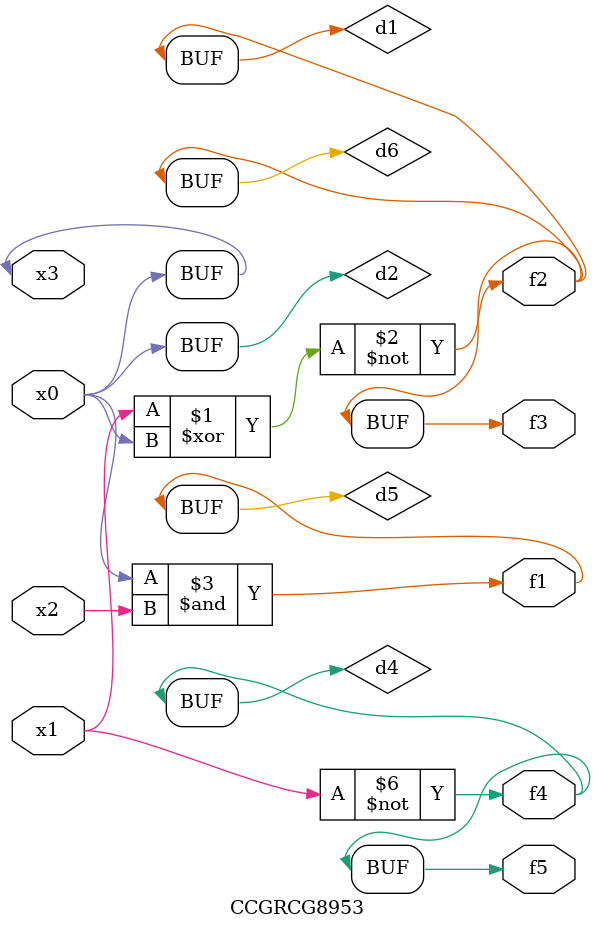
<source format=v>
module CCGRCG8953(
	input x0, x1, x2, x3,
	output f1, f2, f3, f4, f5
);

	wire d1, d2, d3, d4, d5, d6;

	xnor (d1, x1, x3);
	buf (d2, x0, x3);
	nand (d3, x0, x2);
	not (d4, x1);
	nand (d5, d3);
	or (d6, d1);
	assign f1 = d5;
	assign f2 = d6;
	assign f3 = d6;
	assign f4 = d4;
	assign f5 = d4;
endmodule

</source>
